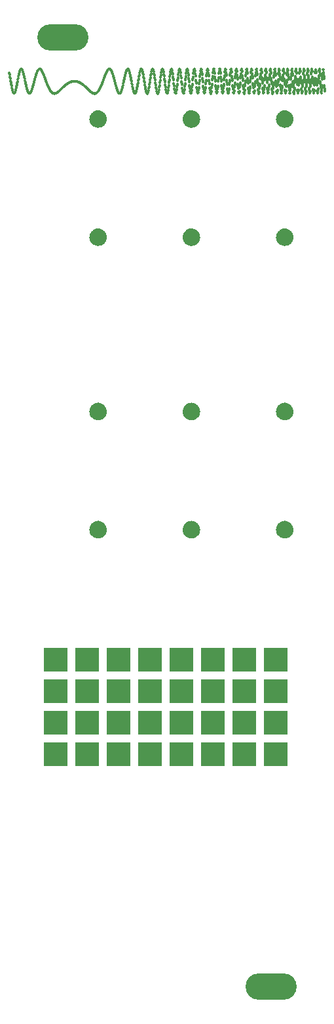
<source format=gts>
G04 Layer: TopSolderMaskLayer*
G04 EasyEDA v6.5.34, 2023-10-02 19:34:43*
G04 64a6683610fa45038fb05069313a4abf,5a6b42c53f6a479593ecc07194224c93,10*
G04 Gerber Generator version 0.2*
G04 Scale: 100 percent, Rotated: No, Reflected: No *
G04 Dimensions in millimeters *
G04 leading zeros omitted , absolute positions ,4 integer and 5 decimal *
%FSLAX45Y45*%
%MOMM*%

%ADD10C,0.3556*%
%ADD11O,6.6032126X3.4031936000000003*%

%LPD*%
G36*
X1140561Y10107574D02*
G01*
X1130909Y10106964D01*
X1121308Y10105491D01*
X1111859Y10103205D01*
X1102664Y10100157D01*
X1093774Y10096296D01*
X1085240Y10091674D01*
X1077163Y10086340D01*
X1073251Y10083444D01*
X1065936Y10077094D01*
X1062431Y10073741D01*
X1055979Y10066528D01*
X1050137Y10058755D01*
X1045006Y10050526D01*
X1042669Y10046258D01*
X1038656Y10037470D01*
X1035354Y10028326D01*
X1032916Y10018979D01*
X1031240Y10009428D01*
X1030427Y9999726D01*
X1030427Y9990074D01*
X1031240Y9980371D01*
X1032916Y9970820D01*
X1035354Y9961473D01*
X1038656Y9952329D01*
X1042669Y9943541D01*
X1047496Y9935108D01*
X1052982Y9927082D01*
X1059129Y9919614D01*
X1065936Y9912654D01*
X1073251Y9906355D01*
X1081125Y9900666D01*
X1089456Y9895738D01*
X1098194Y9891471D01*
X1107236Y9888016D01*
X1116584Y9885324D01*
X1126083Y9883495D01*
X1135735Y9882428D01*
X1145438Y9882225D01*
X1155090Y9882835D01*
X1164691Y9884308D01*
X1174140Y9886594D01*
X1183335Y9889642D01*
X1192225Y9893503D01*
X1200759Y9898126D01*
X1204874Y9900666D01*
X1212748Y9906355D01*
X1220063Y9912654D01*
X1226870Y9919614D01*
X1233017Y9927082D01*
X1238504Y9935108D01*
X1243330Y9943541D01*
X1247343Y9952329D01*
X1250645Y9961473D01*
X1253083Y9970820D01*
X1254760Y9980371D01*
X1255572Y9990074D01*
X1255572Y9999726D01*
X1254760Y10009428D01*
X1253083Y10018979D01*
X1250645Y10028326D01*
X1247343Y10037470D01*
X1243330Y10046258D01*
X1238504Y10054691D01*
X1233017Y10062718D01*
X1226870Y10070185D01*
X1223568Y10073741D01*
X1216456Y10080345D01*
X1212748Y10083444D01*
X1204874Y10089083D01*
X1196543Y10094061D01*
X1187805Y10098328D01*
X1178763Y10101783D01*
X1169416Y10104475D01*
X1159916Y10106304D01*
X1150264Y10107371D01*
G37*
G36*
X2347061Y10107574D02*
G01*
X2337409Y10106964D01*
X2327808Y10105491D01*
X2318359Y10103205D01*
X2309164Y10100157D01*
X2300274Y10096296D01*
X2291740Y10091674D01*
X2283663Y10086340D01*
X2279751Y10083444D01*
X2272436Y10077094D01*
X2268931Y10073741D01*
X2262479Y10066528D01*
X2256637Y10058755D01*
X2251506Y10050526D01*
X2249170Y10046258D01*
X2245156Y10037470D01*
X2241854Y10028326D01*
X2239416Y10018979D01*
X2237740Y10009428D01*
X2236927Y9999726D01*
X2236927Y9990074D01*
X2237740Y9980371D01*
X2239416Y9970820D01*
X2241854Y9961473D01*
X2245156Y9952329D01*
X2249170Y9943541D01*
X2253996Y9935108D01*
X2259482Y9927082D01*
X2265629Y9919614D01*
X2272436Y9912654D01*
X2279751Y9906355D01*
X2287625Y9900666D01*
X2295956Y9895738D01*
X2304694Y9891471D01*
X2313736Y9888016D01*
X2323084Y9885324D01*
X2332583Y9883495D01*
X2342235Y9882428D01*
X2351938Y9882225D01*
X2361590Y9882835D01*
X2371191Y9884308D01*
X2380640Y9886594D01*
X2389835Y9889642D01*
X2398725Y9893503D01*
X2407259Y9898126D01*
X2411374Y9900666D01*
X2419248Y9906355D01*
X2426563Y9912654D01*
X2433370Y9919614D01*
X2439517Y9927082D01*
X2445004Y9935108D01*
X2449830Y9943541D01*
X2453843Y9952329D01*
X2457145Y9961473D01*
X2459583Y9970820D01*
X2461260Y9980371D01*
X2462072Y9990074D01*
X2462072Y9999726D01*
X2461260Y10009428D01*
X2459583Y10018979D01*
X2457145Y10028326D01*
X2453843Y10037470D01*
X2449830Y10046258D01*
X2445004Y10054691D01*
X2439517Y10062718D01*
X2433370Y10070185D01*
X2430068Y10073741D01*
X2422956Y10080345D01*
X2419248Y10083444D01*
X2411374Y10089083D01*
X2403043Y10094061D01*
X2394305Y10098328D01*
X2385263Y10101783D01*
X2375916Y10104475D01*
X2366416Y10106304D01*
X2356764Y10107371D01*
G37*
G36*
X3553561Y10107574D02*
G01*
X3543909Y10106964D01*
X3534308Y10105491D01*
X3524859Y10103205D01*
X3515664Y10100157D01*
X3506774Y10096296D01*
X3498240Y10091674D01*
X3490163Y10086340D01*
X3486251Y10083444D01*
X3478936Y10077094D01*
X3475431Y10073741D01*
X3468979Y10066528D01*
X3463137Y10058755D01*
X3458006Y10050526D01*
X3455670Y10046258D01*
X3451656Y10037470D01*
X3448354Y10028326D01*
X3445916Y10018979D01*
X3444240Y10009428D01*
X3443427Y9999726D01*
X3443427Y9990074D01*
X3444240Y9980371D01*
X3445916Y9970820D01*
X3448354Y9961473D01*
X3451656Y9952329D01*
X3455670Y9943541D01*
X3460496Y9935108D01*
X3465982Y9927082D01*
X3472129Y9919614D01*
X3478936Y9912654D01*
X3486251Y9906355D01*
X3494125Y9900666D01*
X3502456Y9895738D01*
X3511194Y9891471D01*
X3520236Y9888016D01*
X3529584Y9885324D01*
X3539083Y9883495D01*
X3548735Y9882428D01*
X3558438Y9882225D01*
X3568090Y9882835D01*
X3577691Y9884308D01*
X3587140Y9886594D01*
X3596335Y9889642D01*
X3605225Y9893503D01*
X3613759Y9898126D01*
X3617874Y9900666D01*
X3625748Y9906355D01*
X3633063Y9912654D01*
X3639870Y9919614D01*
X3646017Y9927082D01*
X3651504Y9935108D01*
X3656329Y9943541D01*
X3660343Y9952329D01*
X3663645Y9961473D01*
X3666083Y9970820D01*
X3667760Y9980371D01*
X3668572Y9990074D01*
X3668572Y9999726D01*
X3667760Y10009428D01*
X3666083Y10018979D01*
X3663645Y10028326D01*
X3660343Y10037470D01*
X3656329Y10046258D01*
X3651504Y10054691D01*
X3646017Y10062718D01*
X3639870Y10070185D01*
X3636568Y10073741D01*
X3629456Y10080345D01*
X3625748Y10083444D01*
X3617874Y10089083D01*
X3609543Y10094061D01*
X3600805Y10098328D01*
X3591763Y10101783D01*
X3582415Y10104475D01*
X3572916Y10106304D01*
X3563264Y10107371D01*
G37*
G36*
X1140561Y11631574D02*
G01*
X1130909Y11630964D01*
X1121308Y11629491D01*
X1111859Y11627205D01*
X1102664Y11624157D01*
X1093774Y11620296D01*
X1085240Y11615674D01*
X1077163Y11610340D01*
X1073251Y11607444D01*
X1065936Y11601094D01*
X1062431Y11597741D01*
X1055979Y11590528D01*
X1050137Y11582755D01*
X1045006Y11574526D01*
X1042669Y11570258D01*
X1038656Y11561470D01*
X1035354Y11552326D01*
X1032916Y11542979D01*
X1031240Y11533428D01*
X1030427Y11523726D01*
X1030427Y11514074D01*
X1031240Y11504371D01*
X1032916Y11494820D01*
X1035354Y11485473D01*
X1038656Y11476329D01*
X1042669Y11467541D01*
X1047496Y11459108D01*
X1052982Y11451082D01*
X1059129Y11443614D01*
X1065936Y11436654D01*
X1073251Y11430355D01*
X1081125Y11424666D01*
X1089456Y11419738D01*
X1098194Y11415471D01*
X1107236Y11412016D01*
X1116584Y11409324D01*
X1126083Y11407495D01*
X1135735Y11406428D01*
X1145438Y11406225D01*
X1155090Y11406835D01*
X1164691Y11408308D01*
X1174140Y11410594D01*
X1183335Y11413642D01*
X1192225Y11417503D01*
X1200759Y11422126D01*
X1204874Y11424666D01*
X1212748Y11430355D01*
X1220063Y11436654D01*
X1226870Y11443614D01*
X1233017Y11451082D01*
X1238504Y11459108D01*
X1243330Y11467541D01*
X1247343Y11476329D01*
X1250645Y11485473D01*
X1253083Y11494820D01*
X1254760Y11504371D01*
X1255572Y11514074D01*
X1255572Y11523726D01*
X1254760Y11533428D01*
X1253083Y11542979D01*
X1250645Y11552326D01*
X1247343Y11561470D01*
X1243330Y11570258D01*
X1238504Y11578691D01*
X1233017Y11586718D01*
X1226870Y11594185D01*
X1223568Y11597741D01*
X1216456Y11604345D01*
X1212748Y11607444D01*
X1204874Y11613083D01*
X1196543Y11618061D01*
X1187805Y11622328D01*
X1178763Y11625783D01*
X1169416Y11628475D01*
X1159916Y11630304D01*
X1150264Y11631371D01*
G37*
G36*
X2347061Y11631574D02*
G01*
X2337409Y11630964D01*
X2327808Y11629491D01*
X2318359Y11627205D01*
X2309164Y11624157D01*
X2300274Y11620296D01*
X2291740Y11615674D01*
X2283663Y11610340D01*
X2279751Y11607444D01*
X2272436Y11601094D01*
X2268931Y11597741D01*
X2262479Y11590528D01*
X2256637Y11582755D01*
X2251506Y11574526D01*
X2249170Y11570258D01*
X2245156Y11561470D01*
X2241854Y11552326D01*
X2239416Y11542979D01*
X2237740Y11533428D01*
X2236927Y11523726D01*
X2236927Y11514074D01*
X2237740Y11504371D01*
X2239416Y11494820D01*
X2241854Y11485473D01*
X2245156Y11476329D01*
X2249170Y11467541D01*
X2253996Y11459108D01*
X2259482Y11451082D01*
X2265629Y11443614D01*
X2272436Y11436654D01*
X2279751Y11430355D01*
X2287625Y11424666D01*
X2295956Y11419738D01*
X2304694Y11415471D01*
X2313736Y11412016D01*
X2323084Y11409324D01*
X2332583Y11407495D01*
X2342235Y11406428D01*
X2351938Y11406225D01*
X2361590Y11406835D01*
X2371191Y11408308D01*
X2380640Y11410594D01*
X2389835Y11413642D01*
X2398725Y11417503D01*
X2407259Y11422126D01*
X2411374Y11424666D01*
X2419248Y11430355D01*
X2426563Y11436654D01*
X2433370Y11443614D01*
X2439517Y11451082D01*
X2445004Y11459108D01*
X2449830Y11467541D01*
X2453843Y11476329D01*
X2457145Y11485473D01*
X2459583Y11494820D01*
X2461260Y11504371D01*
X2462072Y11514074D01*
X2462072Y11523726D01*
X2461260Y11533428D01*
X2459583Y11542979D01*
X2457145Y11552326D01*
X2453843Y11561470D01*
X2449830Y11570258D01*
X2445004Y11578691D01*
X2439517Y11586718D01*
X2433370Y11594185D01*
X2430068Y11597741D01*
X2422956Y11604345D01*
X2419248Y11607444D01*
X2411374Y11613083D01*
X2403043Y11618061D01*
X2394305Y11622328D01*
X2385263Y11625783D01*
X2375916Y11628475D01*
X2366416Y11630304D01*
X2356764Y11631371D01*
G37*
G36*
X3553561Y11631574D02*
G01*
X3543909Y11630964D01*
X3534308Y11629491D01*
X3524859Y11627205D01*
X3515664Y11624157D01*
X3506774Y11620296D01*
X3498240Y11615674D01*
X3490163Y11610340D01*
X3486251Y11607444D01*
X3478936Y11601094D01*
X3475431Y11597741D01*
X3468979Y11590528D01*
X3463137Y11582755D01*
X3458006Y11574526D01*
X3455670Y11570258D01*
X3451656Y11561470D01*
X3448354Y11552326D01*
X3445916Y11542979D01*
X3444240Y11533428D01*
X3443427Y11523726D01*
X3443427Y11514074D01*
X3444240Y11504371D01*
X3445916Y11494820D01*
X3448354Y11485473D01*
X3451656Y11476329D01*
X3455670Y11467541D01*
X3460496Y11459108D01*
X3465982Y11451082D01*
X3472129Y11443614D01*
X3478936Y11436654D01*
X3486251Y11430355D01*
X3494125Y11424666D01*
X3502456Y11419738D01*
X3511194Y11415471D01*
X3520236Y11412016D01*
X3529584Y11409324D01*
X3539083Y11407495D01*
X3548735Y11406428D01*
X3558438Y11406225D01*
X3568090Y11406835D01*
X3577691Y11408308D01*
X3587140Y11410594D01*
X3596335Y11413642D01*
X3605225Y11417503D01*
X3613759Y11422126D01*
X3617874Y11424666D01*
X3625748Y11430355D01*
X3633063Y11436654D01*
X3639870Y11443614D01*
X3646017Y11451082D01*
X3651504Y11459108D01*
X3656329Y11467541D01*
X3660343Y11476329D01*
X3663645Y11485473D01*
X3666083Y11494820D01*
X3667760Y11504371D01*
X3668572Y11514074D01*
X3668572Y11523726D01*
X3667760Y11533428D01*
X3666083Y11542979D01*
X3663645Y11552326D01*
X3660343Y11561470D01*
X3656329Y11570258D01*
X3651504Y11578691D01*
X3646017Y11586718D01*
X3639870Y11594185D01*
X3636568Y11597741D01*
X3629456Y11604345D01*
X3625748Y11607444D01*
X3617874Y11613083D01*
X3609543Y11618061D01*
X3600805Y11622328D01*
X3591763Y11625783D01*
X3582415Y11628475D01*
X3572916Y11630304D01*
X3563264Y11631371D01*
G37*
G36*
X3553561Y7859674D02*
G01*
X3543909Y7859064D01*
X3534308Y7857591D01*
X3524859Y7855305D01*
X3515664Y7852257D01*
X3506774Y7848396D01*
X3498240Y7843774D01*
X3490163Y7838440D01*
X3486251Y7835544D01*
X3478936Y7829194D01*
X3475431Y7825841D01*
X3468979Y7818628D01*
X3463137Y7810855D01*
X3458006Y7802625D01*
X3455670Y7798358D01*
X3451656Y7789570D01*
X3448354Y7780426D01*
X3445916Y7771079D01*
X3444240Y7761528D01*
X3443427Y7751825D01*
X3443427Y7742174D01*
X3444240Y7732471D01*
X3445916Y7722920D01*
X3448354Y7713573D01*
X3451656Y7704429D01*
X3455670Y7695641D01*
X3460496Y7687208D01*
X3465982Y7679181D01*
X3472129Y7671714D01*
X3478936Y7664754D01*
X3486251Y7658455D01*
X3494125Y7652766D01*
X3502456Y7647838D01*
X3511194Y7643571D01*
X3520236Y7640116D01*
X3529584Y7637424D01*
X3539083Y7635595D01*
X3548735Y7634528D01*
X3558438Y7634325D01*
X3568090Y7634935D01*
X3577691Y7636408D01*
X3587140Y7638694D01*
X3596335Y7641742D01*
X3605225Y7645603D01*
X3613759Y7650225D01*
X3617874Y7652766D01*
X3625748Y7658455D01*
X3633063Y7664754D01*
X3639870Y7671714D01*
X3646017Y7679181D01*
X3651504Y7687208D01*
X3656329Y7695641D01*
X3660343Y7704429D01*
X3663645Y7713573D01*
X3666083Y7722920D01*
X3667760Y7732471D01*
X3668572Y7742174D01*
X3668572Y7751825D01*
X3667760Y7761528D01*
X3666083Y7771079D01*
X3663645Y7780426D01*
X3660343Y7789570D01*
X3656329Y7798358D01*
X3651504Y7806791D01*
X3646017Y7814818D01*
X3639870Y7822285D01*
X3636568Y7825841D01*
X3629456Y7832445D01*
X3625748Y7835544D01*
X3617874Y7841183D01*
X3609543Y7846161D01*
X3600805Y7850428D01*
X3591763Y7853883D01*
X3582415Y7856575D01*
X3572916Y7858404D01*
X3563264Y7859471D01*
G37*
G36*
X2347061Y7859674D02*
G01*
X2337409Y7859064D01*
X2327808Y7857591D01*
X2318359Y7855305D01*
X2309164Y7852257D01*
X2300274Y7848396D01*
X2291740Y7843774D01*
X2283663Y7838440D01*
X2279751Y7835544D01*
X2272436Y7829194D01*
X2268931Y7825841D01*
X2262479Y7818628D01*
X2256637Y7810855D01*
X2251506Y7802625D01*
X2249170Y7798358D01*
X2245156Y7789570D01*
X2241854Y7780426D01*
X2239416Y7771079D01*
X2237740Y7761528D01*
X2236927Y7751825D01*
X2236927Y7742174D01*
X2237740Y7732471D01*
X2239416Y7722920D01*
X2241854Y7713573D01*
X2245156Y7704429D01*
X2249170Y7695641D01*
X2253996Y7687208D01*
X2259482Y7679181D01*
X2265629Y7671714D01*
X2272436Y7664754D01*
X2279751Y7658455D01*
X2287625Y7652766D01*
X2295956Y7647838D01*
X2304694Y7643571D01*
X2313736Y7640116D01*
X2323084Y7637424D01*
X2332583Y7635595D01*
X2342235Y7634528D01*
X2351938Y7634325D01*
X2361590Y7634935D01*
X2371191Y7636408D01*
X2380640Y7638694D01*
X2389835Y7641742D01*
X2398725Y7645603D01*
X2407259Y7650225D01*
X2411374Y7652766D01*
X2419248Y7658455D01*
X2426563Y7664754D01*
X2433370Y7671714D01*
X2439517Y7679181D01*
X2445004Y7687208D01*
X2449830Y7695641D01*
X2453843Y7704429D01*
X2457145Y7713573D01*
X2459583Y7722920D01*
X2461260Y7732471D01*
X2462072Y7742174D01*
X2462072Y7751825D01*
X2461260Y7761528D01*
X2459583Y7771079D01*
X2457145Y7780426D01*
X2453843Y7789570D01*
X2449830Y7798358D01*
X2445004Y7806791D01*
X2439517Y7814818D01*
X2433370Y7822285D01*
X2430068Y7825841D01*
X2422956Y7832445D01*
X2419248Y7835544D01*
X2411374Y7841183D01*
X2403043Y7846161D01*
X2394305Y7850428D01*
X2385263Y7853883D01*
X2375916Y7856575D01*
X2366416Y7858404D01*
X2356764Y7859471D01*
G37*
G36*
X1140561Y7859674D02*
G01*
X1130909Y7859064D01*
X1121308Y7857591D01*
X1111859Y7855305D01*
X1102664Y7852257D01*
X1093774Y7848396D01*
X1085240Y7843774D01*
X1077163Y7838440D01*
X1073251Y7835544D01*
X1065936Y7829194D01*
X1062431Y7825841D01*
X1055979Y7818628D01*
X1050137Y7810855D01*
X1045006Y7802625D01*
X1042669Y7798358D01*
X1038656Y7789570D01*
X1035354Y7780426D01*
X1032916Y7771079D01*
X1031240Y7761528D01*
X1030427Y7751825D01*
X1030427Y7742174D01*
X1031240Y7732471D01*
X1032916Y7722920D01*
X1035354Y7713573D01*
X1038656Y7704429D01*
X1042669Y7695641D01*
X1047496Y7687208D01*
X1052982Y7679181D01*
X1059129Y7671714D01*
X1065936Y7664754D01*
X1073251Y7658455D01*
X1081125Y7652766D01*
X1089456Y7647838D01*
X1098194Y7643571D01*
X1107236Y7640116D01*
X1116584Y7637424D01*
X1126083Y7635595D01*
X1135735Y7634528D01*
X1145438Y7634325D01*
X1155090Y7634935D01*
X1164691Y7636408D01*
X1174140Y7638694D01*
X1183335Y7641742D01*
X1192225Y7645603D01*
X1200759Y7650225D01*
X1204874Y7652766D01*
X1212748Y7658455D01*
X1220063Y7664754D01*
X1226870Y7671714D01*
X1233017Y7679181D01*
X1238504Y7687208D01*
X1243330Y7695641D01*
X1247343Y7704429D01*
X1250645Y7713573D01*
X1253083Y7722920D01*
X1254760Y7732471D01*
X1255572Y7742174D01*
X1255572Y7751825D01*
X1254760Y7761528D01*
X1253083Y7771079D01*
X1250645Y7780426D01*
X1247343Y7789570D01*
X1243330Y7798358D01*
X1238504Y7806791D01*
X1233017Y7814818D01*
X1226870Y7822285D01*
X1223568Y7825841D01*
X1216456Y7832445D01*
X1212748Y7835544D01*
X1204874Y7841183D01*
X1196543Y7846161D01*
X1187805Y7850428D01*
X1178763Y7853883D01*
X1169416Y7856575D01*
X1159916Y7858404D01*
X1150264Y7859471D01*
G37*
G36*
X3553561Y6335674D02*
G01*
X3543909Y6335064D01*
X3534308Y6333591D01*
X3524859Y6331305D01*
X3515664Y6328257D01*
X3506774Y6324396D01*
X3498240Y6319774D01*
X3490163Y6314440D01*
X3486251Y6311544D01*
X3478936Y6305194D01*
X3475431Y6301841D01*
X3468979Y6294628D01*
X3463137Y6286855D01*
X3458006Y6278626D01*
X3455670Y6274358D01*
X3451656Y6265570D01*
X3448354Y6256426D01*
X3445916Y6247079D01*
X3444240Y6237528D01*
X3443427Y6227826D01*
X3443427Y6218174D01*
X3444240Y6208471D01*
X3445916Y6198920D01*
X3448354Y6189573D01*
X3451656Y6180429D01*
X3455670Y6171641D01*
X3460496Y6163208D01*
X3465982Y6155182D01*
X3472129Y6147714D01*
X3478936Y6140754D01*
X3486251Y6134455D01*
X3494125Y6128766D01*
X3502456Y6123838D01*
X3511194Y6119571D01*
X3520236Y6116116D01*
X3529584Y6113424D01*
X3539083Y6111595D01*
X3548735Y6110528D01*
X3558438Y6110325D01*
X3568090Y6110935D01*
X3577691Y6112408D01*
X3587140Y6114694D01*
X3596335Y6117742D01*
X3605225Y6121603D01*
X3613759Y6126226D01*
X3617874Y6128766D01*
X3625748Y6134455D01*
X3633063Y6140754D01*
X3639870Y6147714D01*
X3646017Y6155182D01*
X3651504Y6163208D01*
X3656329Y6171641D01*
X3660343Y6180429D01*
X3663645Y6189573D01*
X3666083Y6198920D01*
X3667760Y6208471D01*
X3668572Y6218174D01*
X3668572Y6227826D01*
X3667760Y6237528D01*
X3666083Y6247079D01*
X3663645Y6256426D01*
X3660343Y6265570D01*
X3656329Y6274358D01*
X3651504Y6282791D01*
X3646017Y6290818D01*
X3639870Y6298285D01*
X3636568Y6301841D01*
X3629456Y6308445D01*
X3625748Y6311544D01*
X3617874Y6317183D01*
X3609543Y6322161D01*
X3600805Y6326428D01*
X3591763Y6329883D01*
X3582415Y6332575D01*
X3572916Y6334404D01*
X3563264Y6335471D01*
G37*
G36*
X2347061Y6335674D02*
G01*
X2337409Y6335064D01*
X2327808Y6333591D01*
X2318359Y6331305D01*
X2309164Y6328257D01*
X2300274Y6324396D01*
X2291740Y6319774D01*
X2283663Y6314440D01*
X2279751Y6311544D01*
X2272436Y6305194D01*
X2268931Y6301841D01*
X2262479Y6294628D01*
X2256637Y6286855D01*
X2251506Y6278626D01*
X2249170Y6274358D01*
X2245156Y6265570D01*
X2241854Y6256426D01*
X2239416Y6247079D01*
X2237740Y6237528D01*
X2236927Y6227826D01*
X2236927Y6218174D01*
X2237740Y6208471D01*
X2239416Y6198920D01*
X2241854Y6189573D01*
X2245156Y6180429D01*
X2249170Y6171641D01*
X2253996Y6163208D01*
X2259482Y6155182D01*
X2265629Y6147714D01*
X2272436Y6140754D01*
X2279751Y6134455D01*
X2287625Y6128766D01*
X2295956Y6123838D01*
X2304694Y6119571D01*
X2313736Y6116116D01*
X2323084Y6113424D01*
X2332583Y6111595D01*
X2342235Y6110528D01*
X2351938Y6110325D01*
X2361590Y6110935D01*
X2371191Y6112408D01*
X2380640Y6114694D01*
X2389835Y6117742D01*
X2398725Y6121603D01*
X2407259Y6126226D01*
X2411374Y6128766D01*
X2419248Y6134455D01*
X2426563Y6140754D01*
X2433370Y6147714D01*
X2439517Y6155182D01*
X2445004Y6163208D01*
X2449830Y6171641D01*
X2453843Y6180429D01*
X2457145Y6189573D01*
X2459583Y6198920D01*
X2461260Y6208471D01*
X2462072Y6218174D01*
X2462072Y6227826D01*
X2461260Y6237528D01*
X2459583Y6247079D01*
X2457145Y6256426D01*
X2453843Y6265570D01*
X2449830Y6274358D01*
X2445004Y6282791D01*
X2439517Y6290818D01*
X2433370Y6298285D01*
X2430068Y6301841D01*
X2422956Y6308445D01*
X2419248Y6311544D01*
X2411374Y6317183D01*
X2403043Y6322161D01*
X2394305Y6326428D01*
X2385263Y6329883D01*
X2375916Y6332575D01*
X2366416Y6334404D01*
X2356764Y6335471D01*
G37*
G36*
X1140561Y6335674D02*
G01*
X1130909Y6335064D01*
X1121308Y6333591D01*
X1111859Y6331305D01*
X1102664Y6328257D01*
X1093774Y6324396D01*
X1085240Y6319774D01*
X1077163Y6314440D01*
X1073251Y6311544D01*
X1065936Y6305194D01*
X1062431Y6301841D01*
X1055979Y6294628D01*
X1050137Y6286855D01*
X1045006Y6278626D01*
X1042669Y6274358D01*
X1038656Y6265570D01*
X1035354Y6256426D01*
X1032916Y6247079D01*
X1031240Y6237528D01*
X1030427Y6227826D01*
X1030427Y6218174D01*
X1031240Y6208471D01*
X1032916Y6198920D01*
X1035354Y6189573D01*
X1038656Y6180429D01*
X1042669Y6171641D01*
X1047496Y6163208D01*
X1052982Y6155182D01*
X1059129Y6147714D01*
X1065936Y6140754D01*
X1073251Y6134455D01*
X1081125Y6128766D01*
X1089456Y6123838D01*
X1098194Y6119571D01*
X1107236Y6116116D01*
X1116584Y6113424D01*
X1126083Y6111595D01*
X1135735Y6110528D01*
X1145438Y6110325D01*
X1155090Y6110935D01*
X1164691Y6112408D01*
X1174140Y6114694D01*
X1183335Y6117742D01*
X1192225Y6121603D01*
X1200759Y6126226D01*
X1204874Y6128766D01*
X1212748Y6134455D01*
X1220063Y6140754D01*
X1226870Y6147714D01*
X1233017Y6155182D01*
X1238504Y6163208D01*
X1243330Y6171641D01*
X1247343Y6180429D01*
X1250645Y6189573D01*
X1253083Y6198920D01*
X1254760Y6208471D01*
X1255572Y6218174D01*
X1255572Y6227826D01*
X1254760Y6237528D01*
X1253083Y6247079D01*
X1250645Y6256426D01*
X1247343Y6265570D01*
X1243330Y6274358D01*
X1238504Y6282791D01*
X1233017Y6290818D01*
X1226870Y6298285D01*
X1223568Y6301841D01*
X1216456Y6308445D01*
X1212748Y6311544D01*
X1204874Y6317183D01*
X1196543Y6322161D01*
X1187805Y6326428D01*
X1178763Y6329883D01*
X1169416Y6332575D01*
X1159916Y6334404D01*
X1150264Y6335471D01*
G37*
D10*
X-4229Y12109815D02*
G01*
X4234Y12088850D01*
X4234Y12065848D02*
G01*
X12705Y12041286D01*
X12705Y12016003D02*
G01*
X21170Y11990481D01*
X21170Y11965559D02*
G01*
X29634Y11941683D01*
X29634Y11919612D02*
G01*
X38105Y11899706D01*
X38105Y11882561D02*
G01*
X46570Y11868434D01*
X46570Y11857720D02*
G01*
X55034Y11850545D01*
X55034Y11847065D02*
G01*
X63505Y11847296D01*
X63505Y11851159D02*
G01*
X71970Y11858531D01*
X71970Y11869160D02*
G01*
X80434Y11882798D01*
X80434Y11899038D02*
G01*
X88905Y11917547D01*
X88905Y11937814D02*
G01*
X97370Y11959450D01*
X97370Y11981903D02*
G01*
X105834Y12004756D01*
X105834Y12027463D02*
G01*
X114305Y12049615D01*
X114305Y12070735D02*
G01*
X122770Y12090450D01*
X122770Y12108365D02*
G01*
X131234Y12124176D01*
X131234Y12137603D02*
G01*
X139705Y12148444D01*
X139705Y12156523D02*
G01*
X148170Y12161756D01*
X148170Y12164082D02*
G01*
X156634Y12163511D01*
X156634Y12160120D02*
G01*
X165105Y12154011D01*
X165105Y12145335D02*
G01*
X173570Y12134303D01*
X173570Y12121134D02*
G01*
X182034Y12106107D01*
X182034Y12089488D02*
G01*
X190505Y12071611D01*
X190505Y12052752D02*
G01*
X198970Y12033288D01*
X198970Y12013473D02*
G01*
X207434Y11993699D01*
X207434Y11974202D02*
G01*
X215905Y11955338D01*
X215905Y11937324D02*
G01*
X224370Y11920463D01*
X224370Y11904929D02*
G01*
X232834Y11890976D01*
X232834Y11878716D02*
G01*
X241305Y11868335D01*
X241305Y11859902D02*
G01*
X249770Y11853534D01*
X249770Y11849229D02*
G01*
X258234Y11847034D01*
X258234Y11846918D02*
G01*
X266705Y11848838D01*
X266705Y11852739D02*
G01*
X275170Y11858500D01*
X275170Y11866059D02*
G01*
X283634Y11875218D01*
X283634Y11885896D02*
G01*
X292105Y11897865D01*
X292105Y11911037D02*
G01*
X300570Y11925132D01*
X300570Y11940082D02*
G01*
X309034Y11955574D01*
X309034Y11971553D02*
G01*
X317505Y11987702D01*
X317505Y12003986D02*
G01*
X325970Y12020077D01*
X325970Y12035965D02*
G01*
X334434Y12051339D01*
X334434Y12066209D02*
G01*
X342905Y12080298D01*
X342905Y12093618D02*
G01*
X351370Y12105927D01*
X351370Y12117275D02*
G01*
X359834Y12127445D01*
X359834Y12136493D02*
G01*
X368305Y12144263D01*
X368305Y12150818D02*
G01*
X376770Y12156038D01*
X376770Y12159995D02*
G01*
X385234Y12162637D01*
X385234Y12164001D02*
G01*
X393705Y12164108D01*
X393705Y12162977D02*
G01*
X402170Y12160676D01*
X402170Y12157229D02*
G01*
X410634Y12152734D01*
X410634Y12147189D02*
G01*
X419105Y12140752D01*
X419105Y12133399D02*
G01*
X427570Y12125312D01*
X427570Y12116457D02*
G01*
X436034Y12107037D01*
X436034Y12096998D02*
G01*
X444505Y12086579D01*
X444505Y12075685D02*
G01*
X452970Y12064583D01*
X452970Y12053161D02*
G01*
X461434Y12041690D01*
X461434Y12030044D02*
G01*
X469905Y12018497D01*
X469905Y12006894D02*
G01*
X478370Y11995533D01*
X478370Y11984248D02*
G01*
X486834Y11973303D01*
X486834Y11962531D02*
G01*
X495305Y11952206D01*
X495305Y11942142D02*
G01*
X503770Y11932592D01*
X503770Y11923377D02*
G01*
X512234Y11914733D01*
X512234Y11906478D02*
G01*
X520705Y11898828D01*
X520705Y11891609D02*
G01*
X529170Y11885010D01*
X529170Y11878878D02*
G01*
X537634Y11873364D01*
X537634Y11868335D02*
G01*
X546105Y11863908D01*
X546105Y11859963D02*
G01*
X554570Y11856603D01*
X554570Y11853720D02*
G01*
X563034Y11851388D01*
X563034Y11849521D02*
G01*
X571505Y11848157D01*
X571505Y11847245D02*
G01*
X579970Y11846780D01*
X579970Y11846750D02*
G01*
X588434Y11847116D01*
X588434Y11847878D02*
G01*
X596905Y11848993D01*
X596905Y11850471D02*
G01*
X605370Y11852236D01*
X605370Y11854340D02*
G01*
X613834Y11856676D01*
X613834Y11859313D02*
G01*
X622305Y11862140D01*
X622305Y11865229D02*
G01*
X630770Y11868447D01*
X630770Y11871901D02*
G01*
X639234Y11875442D01*
X639234Y11879181D02*
G01*
X647705Y11882958D01*
X647705Y11886920D02*
G01*
X656170Y11890865D01*
X656170Y11894969D02*
G01*
X664641Y11899026D01*
X664641Y11903212D02*
G01*
X673100Y11907309D01*
X673100Y11911520D02*
G01*
X681570Y11915620D01*
X681570Y11919805D02*
G01*
X690041Y11923854D01*
X690041Y11927972D02*
G01*
X698500Y11931929D01*
X698500Y11935940D02*
G01*
X706970Y11939772D01*
X706970Y11943648D02*
G01*
X715441Y11947319D01*
X715441Y11951035D02*
G01*
X723900Y11954525D01*
X723900Y11958048D02*
G01*
X732370Y11961340D01*
X732370Y11964652D02*
G01*
X740841Y11967728D01*
X740841Y11970816D02*
G01*
X749300Y11973669D01*
X749300Y11976521D02*
G01*
X757770Y11979125D01*
X757770Y11981736D02*
G01*
X766241Y11984093D01*
X766241Y11986455D02*
G01*
X774700Y11988563D01*
X774700Y11990666D02*
G01*
X783170Y11992513D01*
X783170Y11994362D02*
G01*
X791641Y11995942D01*
X791641Y11997524D02*
G01*
X800100Y11998853D01*
X800100Y12000174D02*
G01*
X808570Y12001233D01*
X808570Y12002287D02*
G01*
X817041Y12003082D01*
X817041Y12003874D02*
G01*
X825500Y12004403D01*
X825500Y12004936D02*
G01*
X833970Y12005195D01*
X833970Y12005462D02*
G01*
X842441Y12005462D01*
X842441Y12005462D02*
G01*
X850900Y12005195D01*
X850900Y12004936D02*
G01*
X859370Y12004403D01*
X859370Y12003874D02*
G01*
X867841Y12003082D01*
X867841Y12002287D02*
G01*
X876300Y12001233D01*
X876300Y12000174D02*
G01*
X884770Y11998853D01*
X884770Y11997524D02*
G01*
X893241Y11995942D01*
X893241Y11994362D02*
G01*
X901700Y11992513D01*
X901700Y11990666D02*
G01*
X910170Y11988563D01*
X910170Y11986455D02*
G01*
X918641Y11984093D01*
X918641Y11981743D02*
G01*
X927100Y11979125D01*
X927100Y11976521D02*
G01*
X935570Y11973669D01*
X935570Y11970821D02*
G01*
X944041Y11967728D01*
X944041Y11964652D02*
G01*
X952500Y11961340D01*
X952500Y11958048D02*
G01*
X960970Y11954525D01*
X960970Y11951035D02*
G01*
X969441Y11947319D01*
X969441Y11943648D02*
G01*
X977900Y11939772D01*
X977900Y11935947D02*
G01*
X986370Y11931929D01*
X986370Y11927972D02*
G01*
X994841Y11923854D01*
X994841Y11919805D02*
G01*
X1003300Y11915620D01*
X1003300Y11911520D02*
G01*
X1011770Y11907309D01*
X1011770Y11903212D02*
G01*
X1020241Y11899026D01*
X1020241Y11894969D02*
G01*
X1028700Y11890865D01*
X1028700Y11886920D02*
G01*
X1037170Y11882958D01*
X1037170Y11879181D02*
G01*
X1045641Y11875442D01*
X1045641Y11871901D02*
G01*
X1054100Y11868447D01*
X1054100Y11865229D02*
G01*
X1062570Y11862140D01*
X1062570Y11859318D02*
G01*
X1071041Y11856676D01*
X1071041Y11854340D02*
G01*
X1079500Y11852236D01*
X1079500Y11850471D02*
G01*
X1087970Y11848993D01*
X1087970Y11847878D02*
G01*
X1096441Y11847116D01*
X1096441Y11846750D02*
G01*
X1104900Y11846780D01*
X1104900Y11847245D02*
G01*
X1113370Y11848157D01*
X1113370Y11849521D02*
G01*
X1121841Y11851388D01*
X1121841Y11853720D02*
G01*
X1130300Y11856603D01*
X1130300Y11859958D02*
G01*
X1138770Y11863908D01*
X1138770Y11868330D02*
G01*
X1147241Y11873364D01*
X1147241Y11878871D02*
G01*
X1155700Y11885010D01*
X1155700Y11891601D02*
G01*
X1164170Y11898828D01*
X1164170Y11906465D02*
G01*
X1172641Y11914733D01*
X1172641Y11923364D02*
G01*
X1181100Y11932592D01*
X1181100Y11942130D02*
G01*
X1189570Y11952206D01*
X1189570Y11962513D02*
G01*
X1198041Y11973303D01*
X1198041Y11984230D02*
G01*
X1206500Y11995533D01*
X1206500Y12006877D02*
G01*
X1214970Y12018497D01*
X1214970Y12030019D02*
G01*
X1223441Y12041690D01*
X1223441Y12053138D02*
G01*
X1231900Y12064583D01*
X1231900Y12075665D02*
G01*
X1240370Y12086579D01*
X1240370Y12096973D02*
G01*
X1248841Y12107037D01*
X1248841Y12116432D02*
G01*
X1257300Y12125312D01*
X1257300Y12133379D02*
G01*
X1265770Y12140752D01*
X1265770Y12147179D02*
G01*
X1274241Y12152734D01*
X1274241Y12157217D02*
G01*
X1282700Y12160676D01*
X1282700Y12162972D02*
G01*
X1291170Y12164108D01*
X1291170Y12164001D02*
G01*
X1299641Y12162637D01*
X1299641Y12160008D02*
G01*
X1308100Y12156038D01*
X1308100Y12150836D02*
G01*
X1316570Y12144263D01*
X1316570Y12136518D02*
G01*
X1325041Y12127445D01*
X1325041Y12117306D02*
G01*
X1333500Y12105927D01*
X1333500Y12093661D02*
G01*
X1341970Y12080298D01*
X1341970Y12066259D02*
G01*
X1350441Y12051339D01*
X1350441Y12036016D02*
G01*
X1358900Y12020077D01*
X1358900Y12004042D02*
G01*
X1367370Y11987702D01*
X1367370Y11971616D02*
G01*
X1375841Y11955574D01*
X1375841Y11940138D02*
G01*
X1384300Y11925132D01*
X1384300Y11911093D02*
G01*
X1392770Y11897865D01*
X1392770Y11885947D02*
G01*
X1401241Y11875218D01*
X1401241Y11866090D02*
G01*
X1409700Y11858500D01*
X1409700Y11852757D02*
G01*
X1418170Y11848838D01*
X1418170Y11846923D02*
G01*
X1426641Y11847034D01*
X1426641Y11849211D02*
G01*
X1435100Y11853534D01*
X1435100Y11859872D02*
G01*
X1443570Y11868335D01*
X1443570Y11878660D02*
G01*
X1452041Y11890976D01*
X1452041Y11904855D02*
G01*
X1460500Y11920463D01*
X1460500Y11937237D02*
G01*
X1468970Y11955338D01*
X1468970Y11974103D02*
G01*
X1477441Y11993699D01*
X1477441Y12013369D02*
G01*
X1485900Y12033288D01*
X1485900Y12052653D02*
G01*
X1494370Y12071611D01*
X1494370Y12089389D02*
G01*
X1502841Y12106107D01*
X1502841Y12121052D02*
G01*
X1511300Y12134303D01*
X1511300Y12145274D02*
G01*
X1519770Y12154011D01*
X1519770Y12160095D02*
G01*
X1528241Y12163511D01*
X1528241Y12164087D02*
G01*
X1536700Y12161756D01*
X1536700Y12156567D02*
G01*
X1545170Y12148444D01*
X1545170Y12137684D02*
G01*
X1553641Y12124176D01*
X1553641Y12108477D02*
G01*
X1562100Y12090450D01*
X1562100Y12070877D02*
G01*
X1570570Y12049615D01*
X1570570Y12027618D02*
G01*
X1579041Y12004756D01*
X1579041Y11982066D02*
G01*
X1587500Y11959450D01*
X1587500Y11937969D02*
G01*
X1595970Y11917547D01*
X1595970Y11899168D02*
G01*
X1604441Y11882798D01*
X1604441Y11869254D02*
G01*
X1612900Y11858531D01*
X1612900Y11851203D02*
G01*
X1621370Y11847296D01*
X1621370Y11847052D02*
G01*
X1629841Y11850545D01*
X1629841Y11857644D02*
G01*
X1638300Y11868434D01*
X1638300Y11882432D02*
G01*
X1646770Y11899706D01*
X1646770Y11919427D02*
G01*
X1655241Y11941683D01*
X1655241Y11965348D02*
G01*
X1663700Y11990481D01*
X1663700Y12015774D02*
G01*
X1672170Y12041286D01*
X1672170Y12065632D02*
G01*
X1680641Y12088850D01*
X1680641Y12109635D02*
G01*
X1689100Y12127984D01*
X1689100Y12142848D02*
G01*
X1697570Y12154184D01*
X1697570Y12161316D02*
G01*
X1706041Y12164174D01*
X1706041Y12162538D02*
G01*
X1714500Y12156343D01*
X1714500Y12145881D02*
G01*
X1722970Y12131093D01*
X1722970Y12112774D02*
G01*
X1731441Y12090890D01*
X1731441Y12066681D02*
G01*
X1739900Y12040133D01*
X1739900Y12012805D02*
G01*
X1748370Y11984708D01*
X1748370Y11957545D02*
G01*
X1756841Y11931365D01*
X1756841Y11907794D02*
G01*
X1765300Y11886890D01*
X1765300Y11870021D02*
G01*
X1773770Y11857253D01*
X1773770Y11849460D02*
G01*
X1782241Y11846712D01*
X1782241Y11849260D02*
G01*
X1790700Y11857179D01*
X1790700Y11870004D02*
G01*
X1799170Y11887776D01*
X1799170Y11909374D02*
G01*
X1807641Y11934812D01*
X1807641Y11962401D02*
G01*
X1816100Y11992112D01*
X1816100Y12021931D02*
G01*
X1824570Y12051779D01*
X1824570Y12079584D02*
G01*
X1833041Y12105225D01*
X1833041Y12126882D02*
G01*
X1841500Y12144430D01*
X1841500Y12156559D02*
G01*
X1849970Y12163170D01*
X1849970Y12163709D02*
G01*
X1858441Y12158103D01*
X1858441Y12146681D02*
G01*
X1866900Y12129437D01*
X1866900Y12107557D02*
G01*
X1875370Y12081103D01*
X1875370Y12052007D02*
G01*
X1883841Y12020356D01*
X1883841Y11988558D02*
G01*
X1892300Y11956745D01*
X1892300Y11927395D02*
G01*
X1900770Y11900674D01*
X1900770Y11878703D02*
G01*
X1909241Y11861670D01*
X1909241Y11850971D02*
G01*
X1917700Y11846750D01*
X1917700Y11849417D02*
G01*
X1926170Y11859028D01*
X1926170Y11874883D02*
G01*
X1934641Y11896961D01*
X1934641Y11923501D02*
G01*
X1943100Y11954395D01*
X1943100Y11987095D02*
G01*
X1951570Y12021411D01*
X1951570Y12054459D02*
G01*
X1960041Y12085985D01*
X1960041Y12113282D02*
G01*
X1968500Y12136097D01*
X1968500Y12152406D02*
G01*
X1976970Y12162010D01*
X1976970Y12164001D02*
G01*
X1985441Y12158284D01*
X1985441Y12145269D02*
G01*
X1993900Y12124997D01*
X1993900Y12099211D02*
G01*
X2002370Y12068063D01*
X2002370Y12034354D02*
G01*
X2010841Y11998325D01*
X2010841Y11963288D02*
G01*
X2019300Y11929567D01*
X2019300Y11900321D02*
G01*
X2027770Y11875863D01*
X2027770Y11858556D02*
G01*
X2036241Y11848635D01*
X2036241Y11847134D02*
G01*
X2044700Y11854141D01*
X2044700Y11869066D02*
G01*
X2053170Y11891850D01*
X2053170Y11920326D02*
G01*
X2061641Y11954271D01*
X2061641Y11990362D02*
G01*
X2070100Y12028251D01*
X2070100Y12064144D02*
G01*
X2078570Y12097649D01*
X2078570Y12125325D02*
G01*
X2087041Y12146818D01*
X2087041Y12159853D02*
G01*
X2095500Y12164207D01*
X2095500Y12159338D02*
G01*
X2103970Y12145218D01*
X2103970Y12123242D02*
G01*
X2112441Y12093587D01*
X2112441Y12059351D02*
G01*
X2120900Y12020890D01*
X2120900Y11982307D02*
G01*
X2129370Y11944083D01*
X2129370Y11910380D02*
G01*
X2137841Y11881662D01*
X2137841Y11861142D02*
G01*
X2146300Y11849155D01*
X2146300Y11847128D02*
G01*
X2154770Y11855170D01*
X2154770Y11872465D02*
G01*
X2163241Y11898876D01*
X2163241Y11931464D02*
G01*
X2171700Y11969849D01*
X2171700Y12009661D02*
G01*
X2180170Y12050364D01*
X2180170Y12087212D02*
G01*
X2188641Y12119663D01*
X2188641Y12143836D02*
G01*
X2197100Y12159325D01*
X2197100Y12164207D02*
G01*
X2205570Y12158309D01*
X2205570Y12142254D02*
G01*
X2214041Y12116178D01*
X2214041Y12083188D02*
G01*
X2222500Y12043704D01*
X2222500Y12002554D02*
G01*
X2230970Y11960331D01*
X2230970Y11922292D02*
G01*
X2239441Y11889071D01*
X2239441Y11864893D02*
G01*
X2247900Y11850204D01*
X2247900Y11846961D02*
G01*
X2256370Y11855312D01*
X2256370Y11874289D02*
G01*
X2264841Y11903664D01*
X2264841Y11939699D02*
G01*
X2273300Y11981873D01*
X2273300Y12024680D02*
G01*
X2281770Y12067418D01*
X2281770Y12104403D02*
G01*
X2290241Y12134961D01*
X2290241Y12154949D02*
G01*
X2298700Y12163920D01*
X2298700Y12160577D02*
G01*
X2307170Y12144877D01*
X2307170Y12118868D02*
G01*
X2315641Y12082934D01*
X2315641Y12041962D02*
G01*
X2324100Y11996643D01*
X2324100Y11953293D02*
G01*
X2332570Y11912706D01*
X2332570Y11880644D02*
G01*
X2341041Y11857763D01*
X2341041Y11847400D02*
G01*
X2349500Y11849849D01*
X2349500Y11864863D02*
G01*
X2357970Y11892241D01*
X2357970Y11928109D02*
G01*
X2366441Y11971832D01*
X2366441Y12017052D02*
G01*
X2374900Y12062896D01*
X2374900Y12102566D02*
G01*
X2383370Y12135220D01*
X2383370Y12155926D02*
G01*
X2391841Y12164169D01*
X2391841Y12158606D02*
G01*
X2400300Y12139241D01*
X2400300Y12108942D02*
G01*
X2408770Y12068235D01*
X2408770Y12023333D02*
G01*
X2417241Y11975132D01*
X2417241Y11931116D02*
G01*
X2425700Y11892241D01*
X2425700Y11864665D02*
G01*
X2434170Y11849056D01*
X2434170Y11847972D02*
G01*
X2442641Y11861551D01*
X2442641Y11887728D02*
G01*
X2451100Y11926013D01*
X2451100Y11970308D02*
G01*
X2459570Y12019681D01*
X2459570Y12066104D02*
G01*
X2468041Y12108520D01*
X2468041Y12139909D02*
G01*
X2476500Y12159493D01*
X2476500Y12163920D02*
G01*
X2484970Y12152988D01*
X2484970Y12128418D02*
G01*
X2493441Y12090679D01*
X2493441Y12046079D02*
G01*
X2501900Y11995602D01*
X2501900Y11947842D02*
G01*
X2510370Y11903930D01*
X2510370Y11871479D02*
G01*
X2518841Y11851345D01*
X2518841Y11847103D02*
G01*
X2527300Y11858972D01*
X2527300Y11884980D02*
G01*
X2535770Y11924593D01*
X2535770Y11970877D02*
G01*
X2544241Y12022757D01*
X2544241Y12070984D02*
G01*
X2552700Y12114342D01*
X2552700Y12144982D02*
G01*
X2561170Y12162048D01*
X2561170Y12162345D02*
G01*
X2569641Y12145746D01*
X2569641Y12115198D02*
G01*
X2578100Y12071380D01*
X2578100Y12022310D02*
G01*
X2586570Y11969229D01*
X2586570Y11922013D02*
G01*
X2595041Y11881934D01*
X2595041Y11856585D02*
G01*
X2603500Y11846730D01*
X2603500Y11854334D02*
G01*
X2611970Y11879323D01*
X2611970Y11917009D02*
G01*
X2620441Y11966481D01*
X2620441Y12018243D02*
G01*
X2628900Y12070928D01*
X2628900Y12114263D02*
G01*
X2637370Y12147021D01*
X2637370Y12162693D02*
G01*
X2645841Y12160745D01*
X2645841Y12141454D02*
G01*
X2654300Y12105225D01*
X2654300Y12059213D02*
G01*
X2662770Y12004624D01*
X2662770Y11952411D02*
G01*
X2671241Y11904042D01*
X2671241Y11869376D02*
G01*
X2679700Y11849483D01*
X2679700Y11848518D02*
G01*
X2688170Y11866636D01*
X2688170Y11900204D02*
G01*
X2696641Y11948363D01*
X2696641Y12001164D02*
G01*
X2705100Y12057118D01*
X2705100Y12104489D02*
G01*
X2713570Y12141857D01*
X2713570Y12161248D02*
G01*
X2722041Y12161979D01*
X2722041Y12143785D02*
G01*
X2730500Y12107092D01*
X2730500Y12059686D02*
G01*
X2738970Y12002902D01*
X2738970Y11949000D02*
G01*
X2747441Y11899607D01*
X2747441Y11865546D02*
G01*
X2755900Y11847934D01*
X2755900Y11850743D02*
G01*
X2764370Y11874022D01*
X2764370Y11912699D02*
G01*
X2772841Y11965706D01*
X2772841Y12021251D02*
G01*
X2781300Y12077656D01*
X2781300Y12122200D02*
G01*
X2789770Y12153435D01*
X2789770Y12164194D02*
G01*
X2798241Y12154016D01*
X2798241Y12125119D02*
G01*
X2806700Y12078294D01*
X2806700Y12024253D02*
G01*
X2815170Y11964652D01*
X2815170Y11913313D02*
G01*
X2823641Y11871919D01*
X2823641Y11850222D02*
G01*
X2832100Y11849031D01*
X2832100Y11868726D02*
G01*
X2840570Y11908805D01*
X2840570Y11959846D02*
G01*
X2849041Y12020257D01*
X2849041Y12075629D02*
G01*
X2857500Y12124115D01*
X2857500Y12153986D02*
G01*
X2865970Y12164156D01*
X2865970Y12152045D02*
G01*
X2874441Y12117938D01*
X2874441Y12070059D02*
G01*
X2882900Y12009927D01*
X2882900Y11952305D02*
G01*
X2891370Y11899130D01*
X2891370Y11863641D02*
G01*
X2899841Y11847121D01*
X2899841Y11853806D02*
G01*
X2908300Y11883598D01*
X2908300Y11929107D02*
G01*
X2916770Y11988868D01*
X2916770Y12047791D02*
G01*
X2925241Y12103856D01*
X2925241Y12142718D02*
G01*
X2933700Y12162947D01*
X2933700Y12159239D02*
G01*
X2942170Y12131593D01*
X2942170Y12087064D02*
G01*
X2950641Y12027093D01*
X2950641Y11967268D02*
G01*
X2959100Y11909686D01*
X2959100Y11869483D02*
G01*
X2967570Y11848175D01*
X2967570Y11851492D02*
G01*
X2976041Y11879460D01*
X2976041Y11924723D02*
G01*
X2984500Y11985779D01*
X2984500Y12046320D02*
G01*
X2992970Y12104184D01*
X2992970Y12143712D02*
G01*
X3001441Y12163394D01*
X3001441Y12157788D02*
G01*
X3009900Y12126950D01*
X3009900Y12079218D02*
G01*
X3018370Y12016221D01*
X3018370Y11955277D02*
G01*
X3026841Y11898591D01*
X3026841Y11861942D02*
G01*
X3035300Y11846755D01*
X3035300Y11857385D02*
G01*
X3043770Y11893575D01*
X3043770Y11945249D02*
G01*
X3052241Y12010603D01*
X3052241Y12071164D02*
G01*
X3060700Y12124692D01*
X3060700Y12155871D02*
G01*
X3069170Y12163437D01*
X3069170Y12145119D02*
G01*
X3077641Y12101451D01*
X3077641Y12044951D02*
G01*
X3086100Y11977657D01*
X3086100Y11919104D02*
G01*
X3094570Y11871523D01*
X3094570Y11848901D02*
G01*
X3103041Y11852219D01*
X3103041Y11880601D02*
G01*
X3111500Y11933113D01*
X3111500Y11994276D02*
G01*
X3119970Y12061825D01*
X3119970Y12115606D02*
G01*
X3128441Y12153521D01*
X3128441Y12164108D02*
G01*
X3136900Y12146818D01*
X3136900Y12106770D02*
G01*
X3145370Y12045373D01*
X3145370Y11981233D02*
G01*
X3153841Y11916785D01*
X3153841Y11871772D02*
G01*
X3162300Y11848020D01*
X3162300Y11852945D02*
G01*
X3170770Y11886486D01*
X3170770Y11938365D02*
G01*
X3179241Y12006666D01*
X3179241Y12070133D02*
G01*
X3187700Y12126285D01*
X3187700Y12157466D02*
G01*
X3196170Y12162327D01*
X3196170Y12139234D02*
G01*
X3204641Y12088942D01*
X3204641Y12027347D02*
G01*
X3213100Y11956788D01*
X3213100Y11899806D02*
G01*
X3221570Y11858706D01*
X3221570Y11846768D02*
G01*
X3230041Y11864609D01*
X3230041Y11906572D02*
G01*
X3238500Y11971108D01*
X3238500Y12037286D02*
G01*
X3246970Y12102510D01*
X3246970Y12145385D02*
G01*
X3255441Y12164118D01*
X3255441Y12152436D02*
G01*
X3263900Y12110659D01*
X3263900Y12052536D02*
G01*
X3272370Y11980285D01*
X3272370Y11917969D02*
G01*
X3280841Y11868111D01*
X3280841Y11847499D02*
G01*
X3289300Y11857088D01*
X3289300Y11893755D02*
G01*
X3297770Y11956150D01*
X3297770Y12023196D02*
G01*
X3306241Y12092216D01*
X3306241Y12139642D02*
G01*
X3314700Y12163480D01*
X3314700Y12155444D02*
G01*
X3323170Y12115718D01*
X3323170Y12057905D02*
G01*
X3331641Y11984261D01*
X3331641Y11920321D02*
G01*
X3340100Y11868701D01*
X3340100Y11847494D02*
G01*
X3348570Y11857700D01*
X3348570Y11895830D02*
G01*
X3357041Y11960486D01*
X3357041Y12028891D02*
G01*
X3365500Y12098294D01*
X3365500Y12144034D02*
G01*
X3373970Y12164131D01*
X3373970Y12151319D02*
G01*
X3382441Y12105970D01*
X3382441Y12044281D02*
G01*
X3390900Y11968670D01*
X3390900Y11906443D02*
G01*
X3399370Y11860182D01*
X3399370Y11846768D02*
G01*
X3407841Y11866885D01*
X3407841Y11913293D02*
G01*
X3416300Y11984222D01*
X3416300Y12053681D02*
G01*
X3424770Y12118825D01*
X3424770Y12155561D02*
G01*
X3433241Y12162271D01*
X3433241Y12136351D02*
G01*
X3441700Y12078728D01*
X3441700Y12010819D02*
G01*
X3450170Y11935363D01*
X3450170Y11880689D02*
G01*
X3458641Y11849105D01*
X3458641Y11852635D02*
G01*
X3467100Y11891274D01*
X3467100Y11950463D02*
G01*
X3475570Y12027872D01*
X3475570Y12094009D02*
G01*
X3484041Y12146112D01*
X3484041Y12164138D02*
G01*
X3492500Y12147202D01*
X3492500Y12101736D02*
G01*
X3500970Y12029473D01*
X3500970Y11958358D02*
G01*
X3509441Y11891312D01*
X3509441Y11854489D02*
G01*
X3517900Y11849521D01*
X3517900Y11878462D02*
G01*
X3526370Y11940263D01*
X3526370Y12010671D02*
G01*
X3534841Y12086859D01*
X3534841Y12138652D02*
G01*
X3543300Y12163841D01*
X3543300Y12152312D02*
G01*
X3551770Y12104382D01*
X3551770Y12039127D02*
G01*
X3560241Y11959132D01*
X3560241Y11896539D02*
G01*
X3568700Y11853961D01*
X3568700Y11848678D02*
G01*
X3577170Y11881065D01*
X3577170Y11938060D02*
G01*
X3585641Y12017461D01*
X3585641Y12086889D02*
G01*
X3594100Y12143488D01*
X3594100Y12163988D02*
G01*
X3602570Y12147407D01*
X3602570Y12100483D02*
G01*
X3611041Y12024984D01*
X3611041Y11952145D02*
G01*
X3619500Y11884911D01*
X3619500Y11851325D02*
G01*
X3627970Y11852876D01*
X3627970Y11889016D02*
G01*
X3636441Y11958426D01*
X3636441Y12031985D02*
G01*
X3644900Y12106752D01*
X3644900Y12151103D02*
G01*
X3653370Y12163140D01*
X3653370Y12137659D02*
G01*
X3661841Y12075523D01*
X3661841Y12003181D02*
G01*
X3670300Y11923471D01*
X3670300Y11870598D02*
G01*
X3678770Y11846768D01*
X3678770Y11862333D02*
G01*
X3687241Y11916846D01*
X3687241Y11986773D02*
G01*
X3695700Y12069409D01*
X3695700Y12128797D02*
G01*
X3704170Y12162500D01*
X3704170Y12155698D02*
G01*
X3712641Y12108507D01*
X3712641Y12041571D02*
G01*
X3721100Y11957433D01*
X3721100Y11893232D02*
G01*
X3729570Y11851543D01*
X3729570Y11850941D02*
G01*
X3738041Y11891601D01*
X3738041Y11955500D02*
G01*
X3746500Y12040237D01*
X3746500Y12107900D02*
G01*
X3754970Y12155797D01*
X3754970Y12162320D02*
G01*
X3763441Y12127062D01*
X3763441Y12065855D02*
G01*
X3771900Y11980961D01*
X3771900Y11910900D02*
G01*
X3780370Y11858396D01*
X3780370Y11847474D02*
G01*
X3788841Y11878698D01*
X3788841Y11937850D02*
G01*
X3797300Y12022808D01*
X3797300Y12094474D02*
G01*
X3805770Y12150105D01*
X3805770Y12163907D02*
G01*
X3814241Y12135215D01*
X3814241Y12077260D02*
G01*
X3822700Y11992099D01*
X3822700Y11919452D02*
G01*
X3831170Y11862054D01*
X3831170Y11846880D02*
G01*
X3839641Y11874642D01*
X3839641Y11932356D02*
G01*
X3848100Y12018020D01*
X3848100Y12091131D02*
G01*
X3856570Y12148982D01*
X3856570Y12164014D02*
G01*
X3865041Y12135538D01*
X3865041Y12077054D02*
G01*
X3873500Y11990555D01*
X3873500Y11917492D02*
G01*
X3881970Y11860522D01*
X3881970Y11847146D02*
G01*
X3890441Y11877992D01*
X3890441Y11938228D02*
G01*
X3898900Y12025840D01*
X3898900Y12098276D02*
G01*
X3907370Y12152944D01*
X3907370Y12163115D02*
G01*
X3915841Y12128271D01*
X3915841Y12065396D02*
G01*
X3924300Y11976577D01*
X3924300Y11905505D02*
G01*
X3932770Y11854680D01*
X3932770Y11849298D02*
G01*
X3941241Y11889691D01*
X3941241Y11955896D02*
G01*
X3949700Y12045769D01*
X3949700Y12114504D02*
G01*
X3958170Y12159734D01*
X3958170Y12158743D02*
G01*
X3966641Y12111403D01*
X3966641Y12041436D02*
G01*
X3975100Y11951065D01*
X3975100Y11885935D02*
G01*
X3983570Y11848231D01*
X3983570Y11857167D02*
G01*
X3992041Y11912600D01*
X3992041Y11986374D02*
G01*
X4000500Y12076206D01*
X4000500Y12136140D02*
G01*
X4008970Y12164181D01*
X4008970Y12145850D02*
G01*
X4017441Y12081576D01*
X4017441Y12004420D02*
G01*
X4025900Y11916742D01*
X4025900Y11863964D02*
G01*
X4034370Y11847804D01*
X4034370Y11876750D02*
G01*
X4042841Y11950080D01*
X4042841Y12029559D02*
G01*
X4051300Y12112840D01*
X4051300Y12156231D02*
G01*
X4059770Y12158314D01*
X4059770Y12117920D02*
G01*
X4068241Y12036071D01*
X4068241Y11955995D02*
G01*
X4076700Y11879994D01*
D11*
G01*
X685800Y12573000D03*
G01*
X3378200Y330200D03*
G36*
X3289300Y4292600D02*
G01*
X3594100Y4292600D01*
X3594100Y3987800D01*
X3289300Y3987800D01*
G37*
G36*
X3289300Y4699000D02*
G01*
X3594100Y4699000D01*
X3594100Y4394200D01*
X3289300Y4394200D01*
G37*
G36*
X3289300Y3886200D02*
G01*
X3594100Y3886200D01*
X3594100Y3581400D01*
X3289300Y3581400D01*
G37*
G36*
X3289300Y3479800D02*
G01*
X3594100Y3479800D01*
X3594100Y3175000D01*
X3289300Y3175000D01*
G37*
G36*
X1663700Y3479800D02*
G01*
X1968500Y3479800D01*
X1968500Y3175000D01*
X1663700Y3175000D01*
G37*
G36*
X1663700Y3886200D02*
G01*
X1968500Y3886200D01*
X1968500Y3581400D01*
X1663700Y3581400D01*
G37*
G36*
X1663700Y4699000D02*
G01*
X1968500Y4699000D01*
X1968500Y4394200D01*
X1663700Y4394200D01*
G37*
G36*
X1663700Y4292600D02*
G01*
X1968500Y4292600D01*
X1968500Y3987800D01*
X1663700Y3987800D01*
G37*
G36*
X2070100Y4292600D02*
G01*
X2374900Y4292600D01*
X2374900Y3987800D01*
X2070100Y3987800D01*
G37*
G36*
X2070100Y4699000D02*
G01*
X2374900Y4699000D01*
X2374900Y4394200D01*
X2070100Y4394200D01*
G37*
G36*
X2070100Y3886200D02*
G01*
X2374900Y3886200D01*
X2374900Y3581400D01*
X2070100Y3581400D01*
G37*
G36*
X2070100Y3479800D02*
G01*
X2374900Y3479800D01*
X2374900Y3175000D01*
X2070100Y3175000D01*
G37*
G36*
X2882900Y3479800D02*
G01*
X3187700Y3479800D01*
X3187700Y3175000D01*
X2882900Y3175000D01*
G37*
G36*
X2882900Y3886200D02*
G01*
X3187700Y3886200D01*
X3187700Y3581400D01*
X2882900Y3581400D01*
G37*
G36*
X2882900Y4699000D02*
G01*
X3187700Y4699000D01*
X3187700Y4394200D01*
X2882900Y4394200D01*
G37*
G36*
X2882900Y4292600D02*
G01*
X3187700Y4292600D01*
X3187700Y3987800D01*
X2882900Y3987800D01*
G37*
G36*
X2476500Y4292600D02*
G01*
X2781300Y4292600D01*
X2781300Y3987800D01*
X2476500Y3987800D01*
G37*
G36*
X2476500Y4699000D02*
G01*
X2781300Y4699000D01*
X2781300Y4394200D01*
X2476500Y4394200D01*
G37*
G36*
X2476500Y3886200D02*
G01*
X2781300Y3886200D01*
X2781300Y3581400D01*
X2476500Y3581400D01*
G37*
G36*
X2476500Y3479800D02*
G01*
X2781300Y3479800D01*
X2781300Y3175000D01*
X2476500Y3175000D01*
G37*
G36*
X1257300Y3479800D02*
G01*
X1562100Y3479800D01*
X1562100Y3175000D01*
X1257300Y3175000D01*
G37*
G36*
X1257300Y3886200D02*
G01*
X1562100Y3886200D01*
X1562100Y3581400D01*
X1257300Y3581400D01*
G37*
G36*
X1257300Y4699000D02*
G01*
X1562100Y4699000D01*
X1562100Y4394200D01*
X1257300Y4394200D01*
G37*
G36*
X1257300Y4292600D02*
G01*
X1562100Y4292600D01*
X1562100Y3987800D01*
X1257300Y3987800D01*
G37*
G36*
X850900Y3479800D02*
G01*
X1155700Y3479800D01*
X1155700Y3175000D01*
X850900Y3175000D01*
G37*
G36*
X850900Y3886200D02*
G01*
X1155700Y3886200D01*
X1155700Y3581400D01*
X850900Y3581400D01*
G37*
G36*
X850900Y4699000D02*
G01*
X1155700Y4699000D01*
X1155700Y4394200D01*
X850900Y4394200D01*
G37*
G36*
X850900Y4292600D02*
G01*
X1155700Y4292600D01*
X1155700Y3987800D01*
X850900Y3987800D01*
G37*
G36*
X444500Y4292600D02*
G01*
X749300Y4292600D01*
X749300Y3987800D01*
X444500Y3987800D01*
G37*
G36*
X444500Y4699000D02*
G01*
X749300Y4699000D01*
X749300Y4394200D01*
X444500Y4394200D01*
G37*
G36*
X444500Y3886200D02*
G01*
X749300Y3886200D01*
X749300Y3581400D01*
X444500Y3581400D01*
G37*
G36*
X444500Y3479800D02*
G01*
X749300Y3479800D01*
X749300Y3175000D01*
X444500Y3175000D01*
G37*
M02*

</source>
